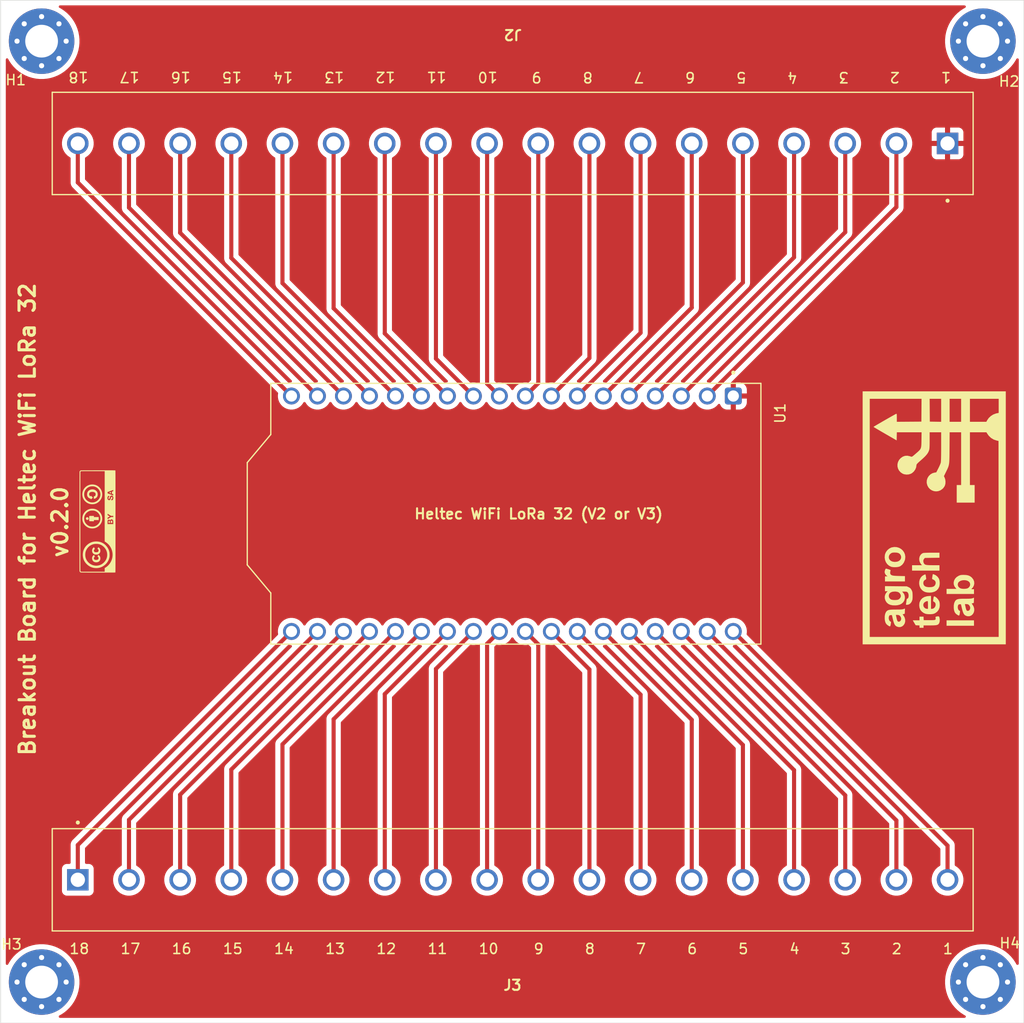
<source format=kicad_pcb>
(kicad_pcb (version 20241229) (generator "pcbnew") (generator_version "9.0")
  (title_block (title "Breakout Board for Heltec WiFi LoRa 32") (date "2025-05-31") (rev "v0.2.0") (company "AgroTechLab (Agribusiness Technology Development Laboratory)") (comment 1 "IFSC (Federal Institute of Santa Catarina)") (comment 2 "Author: Robson Costa (robson.costa@ifsc.edu.br)") (comment 3 "Licenced under CC-BY-SA 4.0") (comment 4 "Heltec WiFi LoRa 32 (V2 or V3)"))
  (layers (0 "F.Cu" signal) (2 "B.Cu" signal) (13 "F.Paste" user) (15 "B.Paste" user) (5 "F.SilkS" user "F.Silkscreen") (7 "B.SilkS" user "B.Silkscreen") (1 "F.Mask" user) (3 "B.Mask" user) (25 "Edge.Cuts" user))
  (net 0 "")
  (net 1 "Net-(J2-Pin_18)")
  (net 2 "Net-(J2-Pin_14)")
  (net 3 "Net-(J2-Pin_16)")
  (net 4 "Net-(J2-Pin_4)")
  (net 5 "Net-(J2-Pin_11)")
  (net 6 "Net-(J2-Pin_2)")
  (net 7 "Net-(J2-Pin_5)")
  (net 8 "Net-(J2-Pin_3)")
  (net 9 "Net-(J2-Pin_10)")
  (net 10 "Net-(J2-Pin_9)")
  (net 11 "Net-(J2-Pin_17)")
  (net 12 "Net-(J2-Pin_15)")
  (net 13 "Net-(J2-Pin_1)")
  (net 14 "Net-(J2-Pin_8)")
  (net 15 "Net-(J2-Pin_7)")
  (net 16 "Net-(J2-Pin_6)")
  (net 17 "Net-(J2-Pin_13)")
  (net 18 "Net-(J2-Pin_12)")
  (net 19 "Net-(J3-Pin_16)")
  (net 20 "Net-(J3-Pin_15)")
  (net 21 "Net-(J3-Pin_3)")
  (net 22 "Net-(J3-Pin_18)")
  (net 23 "Net-(J3-Pin_7)")
  (net 24 "Net-(J3-Pin_17)")
  (net 25 "Net-(J3-Pin_1)")
  (net 26 "Net-(J3-Pin_10)")
  (net 27 "Net-(J3-Pin_8)")
  (net 28 "Net-(J3-Pin_9)")
  (net 29 "Net-(J3-Pin_13)")
  (net 30 "Net-(J3-Pin_4)")
  (net 31 "Net-(J3-Pin_6)")
  (net 32 "Net-(J3-Pin_14)")
  (net 33 "Net-(J3-Pin_5)")
  (net 34 "Net-(J3-Pin_12)")
  (net 35 "Net-(J3-Pin_2)")
  (net 36 "Net-(J3-Pin_11)")
  (footprint "AgroTechLab:Logo AgroTechLab" (layer "F.Cu") (at 187.25 95.84 90)
    (property "Reference" "U2" (hide yes))
    (property "Value" "Logo AgroTechLab")
  )
  (footprint "AgroTechLab:Logo CC-BY-SA" (layer "F.Cu") (at 105.44 96.19 90)
    (property "Reference" "U3" (hide yes))
    (property "Value" "Logo CC-BY-SA")
  )
  (footprint "AgroTechLab:Heltec WiFi LoRa 32 V3" (layer "F.Cu") (at 145.18 95.4375 -90)
    (property "Reference" "U1" (at -9.825 -26.985 90) (layer "F.SilkS"))
    (property "Value" "~" (hide yes))
    (fp_text user "Heltec WiFi LoRa 32 (V2 or V3)" (at 0.6 8.875 0) (layer "F.SilkS") (effects (font (thickness 0.2) (bold yes)) (justify left bottom)))
    (pad "1" thru_hole roundrect (at -11.51 -22.4 270) (size 1.65 1.65) (drill 1.1) (layers "*.Cu" "*.Mask") (roundrect_rratio 0.1515151515) (net 13 "Net-(J2-Pin_1)"))
    (pad "2" thru_hole circle (at -11.51 -19.86 270) (size 1.65 1.65) (drill 1.1) (layers "*.Cu" "*.Mask") (net 6 "Net-(J2-Pin_2)"))
    (pad "3" thru_hole circle (at -11.51 -17.32 270) (size 1.65 1.65) (drill 1.1) (layers "*.Cu" "*.Mask") (net 8 "Net-(J2-Pin_3)"))
    (pad "4" thru_hole circle (at -11.51 -14.78 270) (size 1.65 1.65) (drill 1.1) (layers "*.Cu" "*.Mask") (net 4 "Net-(J2-Pin_4)"))
    (pad "5" thru_hole circle (at -11.51 -12.24 270) (size 1.65 1.65) (drill 1.1) (layers "*.Cu" "*.Mask") (net 7 "Net-(J2-Pin_5)"))
    (pad "6" thru_hole circle (at -11.51 -9.7 270) (size 1.65 1.65) (drill 1.1) (layers "*.Cu" "*.Mask") (net 16 "Net-(J2-Pin_6)"))
    (pad "7" thru_hole circle (at -11.51 -7.16 270) (size 1.65 1.65) (drill 1.1) (layers "*.Cu" "*.Mask") (net 15 "Net-(J2-Pin_7)"))
    (pad "8" thru_hole circle (at -11.51 -4.62 270) (size 1.65 1.65) (drill 1.1) (layers "*.Cu" "*.Mask") (net 14 "Net-(J2-Pin_8)"))
    (pad "9" thru_hole circle (at -11.51 -2.08 270) (size 1.65 1.65) (drill 1.1) (layers "*.Cu" "*.Mask") (net 10 "Net-(J2-Pin_9)"))
    (pad "10" thru_hole circle (at -11.51 0.46 270) (size 1.65 1.65) (drill 1.1) (layers "*.Cu" "*.Mask") (net 9 "Net-(J2-Pin_10)"))
    (pad "11" thru_hole circle (at -11.51 3 270) (size 1.65 1.65) (drill 1.1) (layers "*.Cu" "*.Mask") (net 5 "Net-(J2-Pin_11)"))
    (pad "12" thru_hole circle (at -11.51 5.54 270) (size 1.65 1.65) (drill 1.1) (layers "*.Cu" "*.Mask") (net 18 "Net-(J2-Pin_12)"))
    (pad "13" thru_hole circle (at -11.51 8.08 270) (size 1.65 1.65) (drill 1.1) (layers "*.Cu" "*.Mask") (net 17 "Net-(J2-Pin_13)"))
    (pad "14" thru_hole circle (at -11.51 10.62 270) (size 1.65 1.65) (drill 1.1) (layers "*.Cu" "*.Mask") (net 2 "Net-(J2-Pin_14)"))
    (pad "15" thru_hole circle (at -11.51 13.16 270) (size 1.65 1.65) (drill 1.1) (layers "*.Cu" "*.Mask") (net 12 "Net-(J2-Pin_15)"))
    (pad "16" thru_hole circle (at -11.51 15.7 270) (size 1.65 1.65) (drill 1.1) (layers "*.Cu" "*.Mask") (net 3 "Net-(J2-Pin_16)"))
    (pad "17" thru_hole circle (at -11.51 18.24 270) (size 1.65 1.65) (drill 1.1) (layers "*.Cu" "*.Mask") (net 11 "Net-(J2-Pin_17)"))
    (pad "18" thru_hole circle (at -11.51 20.78 270) (size 1.65 1.65) (drill 1.1) (layers "*.Cu" "*.Mask") (net 1 "Net-(J2-Pin_18)"))
    (pad "19" thru_hole circle (at 11.51 -22.4 270) (size 1.65 1.65) (drill 1.1) (layers "*.Cu" "*.Mask") (net 22 "Net-(J3-Pin_18)"))
    (pad "20" thru_hole circle (at 11.51 -19.86 270) (size 1.65 1.65) (drill 1.1) (layers "*.Cu" "*.Mask") (net 24 "Net-(J3-Pin_17)"))
    (pad "21" thru_hole circle (at 11.51 -17.32 270) (size 1.65 1.65) (drill 1.1) (layers "*.Cu" "*.Mask") (net 19 "Net-(J3-Pin_16)"))
    (pad "22" thru_hole circle (at 11.51 -14.78 270) (size 1.65 1.65) (drill 1.1) (layers "*.Cu" "*.Mask") (net 20 "Net-(J3-Pin_15)"))
    (pad "23" thru_hole circle (at 11.51 -12.24 270) (size 1.65 1.65) (drill 1.1) (layers "*.Cu" "*.Mask") (net 32 "Net-(J3-Pin_14)"))
    (pad "24" thru_hole circle (at 11.51 -9.7 270) (size 1.65 1.65) (drill 1.1) (layers "*.Cu" "*.Mask") (net 29 "Net-(J3-Pin_13)"))
    (pad "25" thru_hole circle (at 11.51 -7.16 270) (size 1.65 1.65) (drill 1.1) (layers "*.Cu" "*.Mask") (net 34 "Net-(J3-Pin_12)"))
    (pad "26" thru_hole circle (at 11.51 -4.62 270) (size 1.65 1.65) (drill 1.1) (layers "*.Cu" "*.Mask") (net 36 "Net-(J3-Pin_11)"))
    (pad "27" thru_hole circle (at 11.51 -2.08 270) (size 1.65 1.65) (drill 1.1) (layers "*.Cu" "*.Mask") (net 26 "Net-(J3-Pin_10)"))
    (pad "28" thru_hole circle (at 11.51 0.46 270) (size 1.65 1.65) (drill 1.1) (layers "*.Cu" "*.Mask") (net 28 "Net-(J3-Pin_9)"))
    (pad "29" thru_hole circle (at 11.51 3 270) (size 1.65 1.65) (drill 1.1) (layers "*.Cu" "*.Mask") (net 27 "Net-(J3-Pin_8)"))
    (pad "30" thru_hole circle (at 11.51 5.54 270) (size 1.65 1.65) (drill 1.1) (layers "*.Cu" "*.Mask") (net 23 "Net-(J3-Pin_7)"))
    (pad "31" thru_hole circle (at 11.51 8.08 270) (size 1.65 1.65) (drill 1.1) (layers "*.Cu" "*.Mask") (net 31 "Net-(J3-Pin_6)"))
    (pad "32" thru_hole circle (at 11.51 10.62 270) (size 1.65 1.65) (drill 1.1) (layers "*.Cu" "*.Mask") (net 33 "Net-(J3-Pin_5)"))
    (pad "33" thru_hole circle (at 11.51 13.16 270) (size 1.65 1.65) (drill 1.1) (layers "*.Cu" "*.Mask") (net 30 "Net-(J3-Pin_4)"))
    (pad "34" thru_hole circle (at 11.51 15.7 270) (size 1.65 1.65) (drill 1.1) (layers "*.Cu" "*.Mask") (net 21 "Net-(J3-Pin_3)"))
    (pad "35" thru_hole circle (at 11.51 18.24 270) (size 1.65 1.65) (drill 1.1) (layers "*.Cu" "*.Mask") (net 35 "Net-(J3-Pin_2)"))
    (pad "36" thru_hole circle (at 11.51 20.78 270) (size 1.65 1.65) (drill 1.1) (layers "*.Cu" "*.Mask") (net 25 "Net-(J3-Pin_1)"))
  )
  (footprint "MountingHole:MountingHole_3.2mm_M3_Pad_Via" (layer "F.Cu") (at 191.98 49.23)
    (property "Reference" "H2" (at 2.55 3.94 0) (layer "F.SilkS"))
    (property "Value" "MountingHole")
    (pad "1" thru_hole circle (at -2.4 0) (size 0.8 0.8) (drill 0.5) (layers "*.Cu" "*.Mask"))
    (pad "1" thru_hole circle (at -1.697056 -1.697056) (size 0.8 0.8) (drill 0.5) (layers "*.Cu" "*.Mask"))
    (pad "1" thru_hole circle (at -1.697056 1.697056) (size 0.8 0.8) (drill 0.5) (layers "*.Cu" "*.Mask"))
    (pad "1" thru_hole circle (at 0 -2.4) (size 0.8 0.8) (drill 0.5) (layers "*.Cu" "*.Mask"))
    (pad "1" thru_hole circle (at 0 0) (size 6.4 6.4) (drill 3.2) (layers "*.Cu" "*.Mask"))
    (pad "1" thru_hole circle (at 0 2.4) (size 0.8 0.8) (drill 0.5) (layers "*.Cu" "*.Mask"))
    (pad "1" thru_hole circle (at 1.697056 -1.697056) (size 0.8 0.8) (drill 0.5) (layers "*.Cu" "*.Mask"))
    (pad "1" thru_hole circle (at 1.697056 1.697056) (size 0.8 0.8) (drill 0.5) (layers "*.Cu" "*.Mask"))
    (pad "1" thru_hole circle (at 2.4 0) (size 0.8 0.8) (drill 0.5) (layers "*.Cu" "*.Mask"))
  )
  (footprint "MountingHole:MountingHole_3.2mm_M3_Pad_Via" (layer "F.Cu") (at 99.98 49.23)
    (property "Reference" "H1" (at -2.53 3.8 0) (layer "F.SilkS"))
    (property "Value" "MountingHole")
    (pad "1" thru_hole circle (at -2.4 0) (size 0.8 0.8) (drill 0.5) (layers "*.Cu" "*.Mask"))
    (pad "1" thru_hole circle (at -1.697056 -1.697056) (size 0.8 0.8) (drill 0.5) (layers "*.Cu" "*.Mask"))
    (pad "1" thru_hole circle (at -1.697056 1.697056) (size 0.8 0.8) (drill 0.5) (layers "*.Cu" "*.Mask"))
    (pad "1" thru_hole circle (at 0 -2.4) (size 0.8 0.8) (drill 0.5) (layers "*.Cu" "*.Mask"))
    (pad "1" thru_hole circle (at 0 0) (size 6.4 6.4) (drill 3.2) (layers "*.Cu" "*.Mask"))
    (pad "1" thru_hole circle (at 0 2.4) (size 0.8 0.8) (drill 0.5) (layers "*.Cu" "*.Mask"))
    (pad "1" thru_hole circle (at 1.697056 -1.697056) (size 0.8 0.8) (drill 0.5) (layers "*.Cu" "*.Mask"))
    (pad "1" thru_hole circle (at 1.697056 1.697056) (size 0.8 0.8) (drill 0.5) (layers "*.Cu" "*.Mask"))
    (pad "1" thru_hole circle (at 2.4 0) (size 0.8 0.8) (drill 0.5) (layers "*.Cu" "*.Mask"))
  )
  (footprint "AgroTechLab:TE_1-282856-8" (layer "F.Cu") (at 146.02 59.23 180)
    (property "Reference" "J2" (at -0.02 10.64 180) (layer "F.SilkS") (effects (font (thickness 0.2) (bold yes))))
    (property "Value" "Screw_Terminal_01x18")
    (pad "1" thru_hole rect (at -42.5 0 180) (size 2.1 2.1) (drill 1.4) (layers "*.Cu" "*.Mask") (net 13 "Net-(J2-Pin_1)"))
    (pad "2" thru_hole circle (at -37.5 0 180) (size 2.1 2.1) (drill 1.4) (layers "*.Cu" "*.Mask") (net 6 "Net-(J2-Pin_2)"))
    (pad "3" thru_hole circle (at -32.5 0 180) (size 2.1 2.1) (drill 1.4) (layers "*.Cu" "*.Mask") (net 8 "Net-(J2-Pin_3)"))
    (pad "4" thru_hole circle (at -27.5 0 180) (size 2.1 2.1) (drill 1.4) (layers "*.Cu" "*.Mask") (net 4 "Net-(J2-Pin_4)"))
    (pad "5" thru_hole circle (at -22.5 0 180) (size 2.1 2.1) (drill 1.4) (layers "*.Cu" "*.Mask") (net 7 "Net-(J2-Pin_5)"))
    (pad "6" thru_hole circle (at -17.5 0 180) (size 2.1 2.1) (drill 1.4) (layers "*.Cu" "*.Mask") (net 16 "Net-(J2-Pin_6)"))
    (pad "7" thru_hole circle (at -12.5 0 180) (size 2.1 2.1) (drill 1.4) (layers "*.Cu" "*.Mask") (net 15 "Net-(J2-Pin_7)"))
    (pad "8" thru_hole circle (at -7.5 0 180) (size 2.1 2.1) (drill 1.4) (layers "*.Cu" "*.Mask") (net 14 "Net-(J2-Pin_8)"))
    (pad "9" thru_hole circle (at -2.5 0 180) (size 2.1 2.1) (drill 1.4) (layers "*.Cu" "*.Mask") (net 10 "Net-(J2-Pin_9)"))
    (pad "10" thru_hole circle (at 2.5 0 180) (size 2.1 2.1) (drill 1.4) (layers "*.Cu" "*.Mask") (net 9 "Net-(J2-Pin_10)"))
    (pad "11" thru_hole circle (at 7.5 0 180) (size 2.1 2.1) (drill 1.4) (layers "*.Cu" "*.Mask") (net 5 "Net-(J2-Pin_11)"))
    (pad "12" thru_hole circle (at 12.5 0 180) (size 2.1 2.1) (drill 1.4) (layers "*.Cu" "*.Mask") (net 18 "Net-(J2-Pin_12)"))
    (pad "13" thru_hole circle (at 17.5 0 180) (size 2.1 2.1) (drill 1.4) (layers "*.Cu" "*.Mask") (net 17 "Net-(J2-Pin_13)"))
    (pad "14" thru_hole circle (at 22.5 0 180) (size 2.1 2.1) (drill 1.4) (layers "*.Cu" "*.Mask") (net 2 "Net-(J2-Pin_14)"))
    (pad "15" thru_hole circle (at 27.5 0 180) (size 2.1 2.1) (drill 1.4) (layers "*.Cu" "*.Mask") (net 12 "Net-(J2-Pin_15)"))
    (pad "16" thru_hole circle (at 32.5 0 180) (size 2.1 2.1) (drill 1.4) (layers "*.Cu" "*.Mask") (net 3 "Net-(J2-Pin_16)"))
    (pad "17" thru_hole circle (at 37.5 0 180) (size 2.1 2.1) (drill 1.4) (layers "*.Cu" "*.Mask") (net 11 "Net-(J2-Pin_17)"))
    (pad "18" thru_hole circle (at 42.5 0 180) (size 2.1 2.1) (drill 1.4) (layers "*.Cu" "*.Mask") (net 1 "Net-(J2-Pin_18)"))
  )
  (footprint "MountingHole:MountingHole_3.2mm_M3_Pad_Via" (layer "F.Cu") (at 191.98 141.23)
    (property "Reference" "H4" (at 2.62 -3.8 0) (layer "F.SilkS"))
    (property "Value" "MountingHole")
    (pad "1" thru_hole circle (at -2.4 0) (size 0.8 0.8) (drill 0.5) (layers "*.Cu" "*.Mask"))
    (pad "1" thru_hole circle (at -1.697056 -1.697056) (size 0.8 0.8) (drill 0.5) (layers "*.Cu" "*.Mask"))
    (pad "1" thru_hole circle (at -1.697056 1.697056) (size 0.8 0.8) (drill 0.5) (layers "*.Cu" "*.Mask"))
    (pad "1" thru_hole circle (at 0 -2.4) (size 0.8 0.8) (drill 0.5) (layers "*.Cu" "*.Mask"))
    (pad "1" thru_hole circle (at 0 0) (size 6.4 6.4) (drill 3.2) (layers "*.Cu" "*.Mask"))
    (pad "1" thru_hole circle (at 0 2.4) (size 0.8 0.8) (drill 0.5) (layers "*.Cu" "*.Mask"))
    (pad "1" thru_hole circle (at 1.697056 -1.697056) (size 0.8 0.8) (drill 0.5) (layers "*.Cu" "*.Mask"))
    (pad "1" thru_hole circle (at 1.697056 1.697056) (size 0.8 0.8) (drill 0.5) (layers "*.Cu" "*.Mask"))
    (pad "1" thru_hole circle (at 2.4 0) (size 0.8 0.8) (drill 0.5) (layers "*.Cu" "*.Mask"))
  )
  (footprint "AgroTechLab:TE_1-282856-8" (layer "F.Cu") (at 146.02 131.23)
    (property "Reference" "J3" (at -0.02 10.31 0) (layer "F.SilkS") (effects (font (thickness 0.2) (bold yes))))
    (property "Value" "Screw_Terminal_01x18")
    (pad "1" thru_hole rect (at -42.5 0) (size 2.1 2.1) (drill 1.4) (layers "*.Cu" "*.Mask") (net 25 "Net-(J3-Pin_1)"))
    (pad "2" thru_hole circle (at -37.5 0) (size 2.1 2.1) (drill 1.4) (layers "*.Cu" "*.Mask") (net 35 "Net-(J3-Pin_2)"))
    (pad "3" thru_hole circle (at -32.5 0) (size 2.1 2.1) (drill 1.4) (layers "*.Cu" "*.Mask") (net 21 "Net-(J3-Pin_3)"))
    (pad "4" thru_hole circle (at -27.5 0) (size 2.1 2.1) (drill 1.4) (layers "*.Cu" "*.Mask") (net 30 "Net-(J3-Pin_4)"))
    (pad "5" thru_hole circle (at -22.5 0) (size 2.1 2.1) (drill 1.4) (layers "*.Cu" "*.Mask") (net 33 "Net-(J3-Pin_5)"))
    (pad "6" thru_hole circle (at -17.5 0) (size 2.1 2.1) (drill 1.4) (layers "*.Cu" "*.Mask") (net 31 "Net-(J3-Pin_6)"))
    (pad "7" thru_hole circle (at -12.5 0) (size 2.1 2.1) (drill 1.4) (layers "*.Cu" "*.Mask") (net 23 "Net-(J3-Pin_7)"))
    (pad "8" thru_hole circle (at -7.5 0) (size 2.1 2.1) (drill 1.4) (layers "*.Cu" "*.Mask") (net 27 "Net-(J3-Pin_8)"))
    (pad "9" thru_hole circle (at -2.5 0) (size 2.1 2.1) (drill 1.4) (layers "*.Cu" "*.Mask") (net 28 "Net-(J3-Pin_9)"))
    (pad "10" thru_hole circle (at 2.5 0) (size 2.1 2.1) (drill 1.4) (layers "*.Cu" "*.Mask") (net 26 "Net-(J3-Pin_10)"))
    (pad "11" thru_hole circle (at 7.5 0) (size 2.1 2.1) (drill 1.4) (layers "*.Cu" "*.Mask") (net 36 "Net-(J3-Pin_11)"))
    (pad "12" thru_hole circle (at 12.5 0) (size 2.1 2.1) (drill 1.4) (layers "*.Cu" "*.Mask") (net 34 "Net-(J3-Pin_12)"))
    (pad "13" thru_hole circle (at 17.5 0) (size 2.1 2.1) (drill 1.4) (layers "*.Cu" "*.Mask") (net 29 "Net-(J3-Pin_13)"))
    (pad "14" thru_hole circle (at 22.5 0) (size 2.1 2.1) (drill 1.4) (layers "*.Cu" "*.Mask") (net 32 "Net-(J3-Pin_14)"))
    (pad "15" thru_hole circle (at 27.5 0) (size 2.1 2.1) (drill 1.4) (layers "*.Cu" "*.Mask") (net 20 "Net-(J3-Pin_15)"))
    (pad "16" thru_hole circle (at 32.5 0) (size 2.1 2.1) (drill 1.4) (layers "*.Cu" "*.Mask") (net 19 "Net-(J3-Pin_16)"))
    (pad "17" thru_hole circle (at 37.5 0) (size 2.1 2.1) (drill 1.4) (layers "*.Cu" "*.Mask") (net 24 "Net-(J3-Pin_17)"))
    (pad "18" thru_hole circle (at 42.5 0) (size 2.1 2.1) (drill 1.4) (layers "*.Cu" "*.Mask") (net 22 "Net-(J3-Pin_18)"))
  )
  (footprint "MountingHole:MountingHole_3.2mm_M3_Pad_Via" (layer "F.Cu") (at 99.98 141.23)
    (property "Reference" "H3" (at -2.94 -3.69 0) (layer "F.SilkS"))
    (property "Value" "MountingHole")
    (pad "1" thru_hole circle (at -2.4 0) (size 0.8 0.8) (drill 0.5) (layers "*.Cu" "*.Mask"))
    (pad "1" thru_hole circle (at -1.697056 -1.697056) (size 0.8 0.8) (drill 0.5) (layers "*.Cu" "*.Mask"))
    (pad "1" thru_hole circle (at -1.697056 1.697056) (size 0.8 0.8) (drill 0.5) (layers "*.Cu" "*.Mask"))
    (pad "1" thru_hole circle (at 0 -2.4) (size 0.8 0.8) (drill 0.5) (layers "*.Cu" "*.Mask"))
    (pad "1" thru_hole circle (at 0 0) (size 6.4 6.4) (drill 3.2) (layers "*.Cu" "*.Mask"))
    (pad "1" thru_hole circle (at 0 2.4) (size 0.8 0.8) (drill 0.5) (layers "*.Cu" "*.Mask"))
    (pad "1" thru_hole circle (at 1.697056 -1.697056) (size 0.8 0.8) (drill 0.5) (layers "*.Cu" "*.Mask"))
    (pad "1" thru_hole circle (at 1.697056 1.697056) (size 0.8 0.8) (drill 0.5) (layers "*.Cu" "*.Mask"))
    (pad "1" thru_hole circle (at 2.4 0) (size 0.8 0.8) (drill 0.5) (layers "*.Cu" "*.Mask"))
  )
  (gr_rect (start 95.98 45.23) (end 195.98 145.23) (stroke (width 0.05)) (fill no) (layer "Edge.Cuts"))
  (gr_text "11" (at 138.67 137.98 0) (layer "F.SilkS") (effects (font (size 1 1))))
  (gr_text "18" (at 103.67 137.98 0) (layer "F.SilkS") (effects (font (size 1 1))))
  (gr_text "2" (at 183.56 137.99 0) (layer "F.SilkS") (effects (font (size 1 1))))
  (gr_text "5" (at 168.56 137.99 0) (layer "F.SilkS") (effects (font (size 1 1))))
  (gr_text "13" (at 128.67 137.98 0) (layer "F.SilkS") (effects (font (size 1 1))))
  (gr_text "14" (at 123.57 52.74 180) (layer "F.SilkS") (effects (font (size 1 1))))
  (gr_text "8" (at 153.56 137.99 0) (layer "F.SilkS") (effects (font (size 1 1))))
  (gr_text "2" (at 183.36 52.76 180) (layer "F.SilkS") (effects (font (size 1 1))))
  (gr_text "1" (at 188.36 52.76 180) (layer "F.SilkS") (effects (font (size 1 1))))
  (gr_text "Breakout Board for Heltec WiFi LoRa 32" (at 99.47 119.25 90) (layer "F.SilkS") (effects (font (size 1.5 1.5) (thickness 0.3) (bold yes)) (justify left bottom)))
  (gr_text "5" (at 168.36 52.76 180) (layer "F.SilkS") (effects (font (size 1 1))))
  (gr_text "3" (at 178.36 52.76 180) (layer "F.SilkS") (effects (font (size 1 1))))
  (gr_text "6" (at 163.36 52.76 180) (layer "F.SilkS") (effects (font (size 1 1))))
  (gr_text "4" (at 173.36 52.76 180) (layer "F.SilkS") (effects (font (size 1 1))))
  (gr_text "9" (at 148.36 52.76 180) (layer "F.SilkS") (effects (font (size 1 1))))
  (gr_text "3" (at 178.56 137.99 0) (layer "F.SilkS") (effects (font (size 1 1))))
  (gr_text "12" (at 133.67 137.98 0) (layer "F.SilkS") (effects (font (size 1 1))))
  (gr_text "18" (at 103.57 52.74 180) (layer "F.SilkS") (effects (font (size 1 1))))
  (gr_text "7" (at 158.56 137.99 0) (layer "F.SilkS") (effects (font (size 1 1))))
  (gr_text "9" (at 148.56 137.99 0) (layer "F.SilkS") (effects (font (size 1 1))))
  (gr_text "v0.2.0" (at 102.66 99.86 90) (layer "F.SilkS") (effects (font (size 1.5 1.5) (thickness 0.3) (bold yes)) (justify left bottom)))
  (gr_text "10" (at 143.67 137.98 0) (layer "F.SilkS") (effects (font (size 1 1))))
  (gr_text "15" (at 118.57 52.74 180) (layer "F.SilkS") (effects (font (size 1 1))))
  (gr_text "17" (at 108.57 52.74 180) (layer "F.SilkS") (effects (font (size 1 1))))
  (gr_text "14" (at 123.67 137.98 0) (layer "F.SilkS") (effects (font (size 1 1))))
  (gr_text "13" (at 128.57 52.74 180) (layer "F.SilkS") (effects (font (size 1 1))))
  (gr_text "12" (at 133.57 52.74 180) (layer "F.SilkS") (effects (font (size 1 1))))
  (gr_text "17" (at 108.67 137.98 0) (layer "F.SilkS") (effects (font (size 1 1))))
  (gr_text "6" (at 163.56 137.99 0) (layer "F.SilkS") (effects (font (size 1 1))))
  (gr_text "4" (at 173.56 137.99 0) (layer "F.SilkS") (effects (font (size 1 1))))
  (gr_text "16" (at 113.67 137.98 0) (layer "F.SilkS") (effects (font (size 1 1))))
  (gr_text "10" (at 143.57 52.74 180) (layer "F.SilkS") (effects (font (size 1 1))))
  (gr_text "1" (at 188.56 137.99 0) (layer "F.SilkS") (effects (font (size 1 1))))
  (gr_text "8" (at 153.36 52.76 180) (layer "F.SilkS") (effects (font (size 1 1))))
  (gr_text "11" (at 138.57 52.74 180) (layer "F.SilkS") (effects (font (size 1 1))))
  (gr_text "16" (at 113.57 52.74 180) (layer "F.SilkS") (effects (font (size 1 1))))
  (gr_text "15" (at 118.67 137.98 0) (layer "F.SilkS") (effects (font (size 1 1))))
  (gr_text "7" (at 158.36 52.76 180) (layer "F.SilkS") (effects (font (size 1 1))))
  (segment (start 103.52 63.0475) (end 124.4 83.9275) (width 0.4) (layer "F.Cu") (net 1))
  (segment (start 103.52 59.23) (end 103.52 63.0475) (width 0.4) (layer "F.Cu") (net 1))
  (segment (start 123.52 72.8875) (end 134.56 83.9275) (width 0.4) (layer "F.Cu") (net 2))
  (segment (start 123.52 59.23) (end 123.52 72.8875) (width 0.4) (layer "F.Cu") (net 2))
  (segment (start 113.52 67.9675) (end 129.48 83.9275) (width 0.4) (layer "F.Cu") (net 3))
  (segment (start 113.52 59.23) (end 113.52 67.9675) (width 0.4) (layer "F.Cu") (net 3))
  (segment (start 173.52 59.23) (end 173.52 70.3675) (width 0.4) (layer "F.Cu") (net 4))
  (segment (start 173.52 70.3675) (end 159.96 83.9275) (width 0.4) (layer "F.Cu") (net 4))
  (segment (start 138.52 80.2675) (end 142.18 83.9275) (width 0.4) (layer "F.Cu") (net 5))
  (segment (start 138.52 59.23) (end 138.52 80.2675) (width 0.4) (layer "F.Cu") (net 5))
  (segment (start 183.52 59.23) (end 183.52 65.4475) (width 0.4) (layer "F.Cu") (net 6))
  (segment (start 183.52 65.4475) (end 165.04 83.9275) (width 0.4) (layer "F.Cu") (net 6))
  (segment (start 168.52 59.23) (end 168.52 72.8275) (width 0.4) (layer "F.Cu") (net 7))
  (segment (start 168.52 72.8275) (end 157.42 83.9275) (width 0.4) (layer "F.Cu") (net 7))
  (segment (start 178.52 67.9075) (end 162.5 83.9275) (width 0.4) (layer "F.Cu") (net 8))
  (segment (start 178.52 59.23) (end 178.52 67.9075) (width 0.4) (layer "F.Cu") (net 8))
  (segment (start 143.52 59.23) (end 143.52 82.7275) (width 0.4) (layer "F.Cu") (net 9))
  (segment (start 143.52 82.7275) (end 144.72 83.9275) (width 0.4) (layer "F.Cu") (net 9))
  (segment (start 148.52 59.23) (end 148.52 82.6675) (width 0.4) (layer "F.Cu") (net 10))
  (segment (start 148.52 82.6675) (end 147.26 83.9275) (width 0.4) (layer "F.Cu") (net 10))
  (segment (start 108.52 59.23) (end 108.52 65.5075) (width 0.4) (layer "F.Cu") (net 11))
  (segment (start 108.52 65.5075) (end 126.94 83.9275) (width 0.4) (layer "F.Cu") (net 11))
  (segment (start 118.52 70.4275) (end 132.02 83.9275) (width 0.4) (layer "F.Cu") (net 12))
  (segment (start 118.52 59.23) (end 118.52 70.4275) (width 0.4) (layer "F.Cu") (net 12))
  (segment (start 153.52 59.23) (end 153.52 80.2075) (width 0.4) (layer "F.Cu") (net 14))
  (segment (start 153.52 80.2075) (end 149.8 83.9275) (width 0.4) (layer "F.Cu") (net 14))
  (segment (start 158.52 59.23) (end 158.52 77.7475) (width 0.4) (layer "F.Cu") (net 15))
  (segment (start 158.52 77.7475) (end 152.34 83.9275) (width 0.4) (layer "F.Cu") (net 15))
  (segment (start 163.52 59.23) (end 163.52 75.2875) (width 0.4) (layer "F.Cu") (net 16))
  (segment (start 163.52 75.2875) (end 154.88 83.9275) (width 0.4) (layer "F.Cu") (net 16))
  (segment (start 128.52 75.3475) (end 137.1 83.9275) (width 0.4) (layer "F.Cu") (net 17))
  (segment (start 128.52 59.23) (end 128.52 75.3475) (width 0.4) (layer "F.Cu") (net 17))
  (segment (start 133.52 77.8075) (end 139.64 83.9275) (width 0.4) (layer "F.Cu") (net 18))
  (segment (start 133.52 59.23) (end 133.52 77.8075) (width 0.4) (layer "F.Cu") (net 18))
  (segment (start 178.52 131.23) (end 178.52 122.9675) (width 0.4) (layer "F.Cu") (net 19))
  (segment (start 178.52 122.9675) (end 162.5 106.9475) (width 0.4) (layer "F.Cu") (net 19))
  (segment (start 173.52 120.5075) (end 159.96 106.9475) (width 0.4) (layer "F.Cu") (net 20))
  (segment (start 173.52 131.23) (end 173.52 120.5075) (width 0.4) (layer "F.Cu") (net 20))
  (segment (start 113.52 131.23) (end 113.52 122.9075) (width 0.4) (layer "F.Cu") (net 21))
  (segment (start 113.52 122.9075) (end 129.48 106.9475) (width 0.4) (layer "F.Cu") (net 21))
  (segment (start 188.52 131.23) (end 188.52 127.8875) (width 0.4) (layer "F.Cu") (net 22))
  (segment (start 188.52 127.8875) (end 167.58 106.9475) (width 0.4) (layer "F.Cu") (net 22))
  (segment (start 133.52 113.0675) (end 139.64 106.9475) (width 0.4) (layer "F.Cu") (net 23))
  (segment (start 133.52 131.23) (end 133.52 113.0675) (width 0.4) (layer "F.Cu") (net 23))
  (segment (start 183.52 125.4275) (end 165.04 106.9475) (width 0.4) (layer "F.Cu") (net 24))
  (segment (start 183.52 131.23) (end 183.52 125.4275) (width 0.4) (layer "F.Cu") (net 24))
  (segment (start 103.52 127.8275) (end 124.4 106.9475) (width 0.4) (layer "F.Cu") (net 25))
  (segment (start 103.52 131.23) (end 103.52 127.8275) (width 0.4) (layer "F.Cu") (net 25))
  (segment (start 148.52 131.23) (end 148.52 108.2075) (width 0.4) (layer "F.Cu") (net 26))
  (segment (start 148.52 108.2075) (end 147.26 106.9475) (width 0.4) (layer "F.Cu") (net 26))
  (segment (start 138.52 110.6075) (end 142.18 106.9475) (width 0.4) (layer "F.Cu") (net 27))
  (segment (start 138.52 131.23) (end 138.52 110.6075) (width 0.4) (layer "F.Cu") (net 27))
  (segment (start 143.52 131.23) (end 143.52 108.1475) (width 0.4) (layer "F.Cu") (net 28))
  (segment (start 143.52 108.1475) (end 144.72 106.9475) (width 0.4) (layer "F.Cu") (net 28))
  (segment (start 163.52 131.23) (end 163.52 115.5875) (width 0.4) (layer "F.Cu") (net 29))
  (segment (start 163.52 115.5875) (end 154.88 106.9475) (width 0.4) (layer "F.Cu") (net 29))
  (segment (start 118.52 131.23) (end 118.52 120.4475) (width 0.4) (layer "F.Cu") (net 30))
  (segment (start 118.52 120.4475) (end 132.02 106.9475) (width 0.4) (layer "F.Cu") (net 30))
  (segment (start 128.52 115.5275) (end 137.1 106.9475) (width 0.4) (layer "F.Cu") (net 31))
  (segment (start 128.52 131.23) (end 128.52 115.5275) (width 0.4) (layer "F.Cu") (net 31))
  (segment (start 168.52 118.0475) (end 157.42 106.9475) (width 0.4) (layer "F.Cu") (net 32))
  (segment (start 168.52 131.23) (end 168.52 118.0475) (width 0.4) (layer "F.Cu") (net 32))
  (segment (start 123.52 131.23) (end 123.52 117.9875) (width 0.4) (layer "F.Cu") (net 33))
  (segment (start 123.52 117.9875) (end 134.56 106.9475) (width 0.4) (layer "F.Cu") (net 33))
  (segment (start 158.52 131.23) (end 158.52 113.1275) (width 0.4) (layer "F.Cu") (net 34))
  (segment (start 158.52 113.1275) (end 152.34 106.9475) (width 0.4) (layer "F.Cu") (net 34))
  (segment (start 108.52 125.3675) (end 126.94 106.9475) (width 0.4) (layer "F.Cu") (net 35))
  (segment (start 108.52 131.23) (end 108.52 125.3675) (width 0.4) (layer "F.Cu") (net 35))
  (segment (start 153.52 110.6675) (end 149.8 106.9475) (width 0.4) (layer "F.Cu") (net 36))
  (segment (start 153.52 131.23) (end 153.52 110.6675) (width 0.4) (layer "F.Cu") (net 36))
  (zone (net 13) (net_name "Net-(J2-Pin_1)") (layer "F.Cu") (connect_pads (clearance 0.5)) (min_thickness 0.25) (fill yes (thermal_gap 0.5) (thermal_bridge_width 0.5))
    (polygon (pts (xy 96.03 45.28) (xy 195.93 45.28) (xy 195.93 145.18) (xy 96.03 145.18)))
  )
)
</source>
